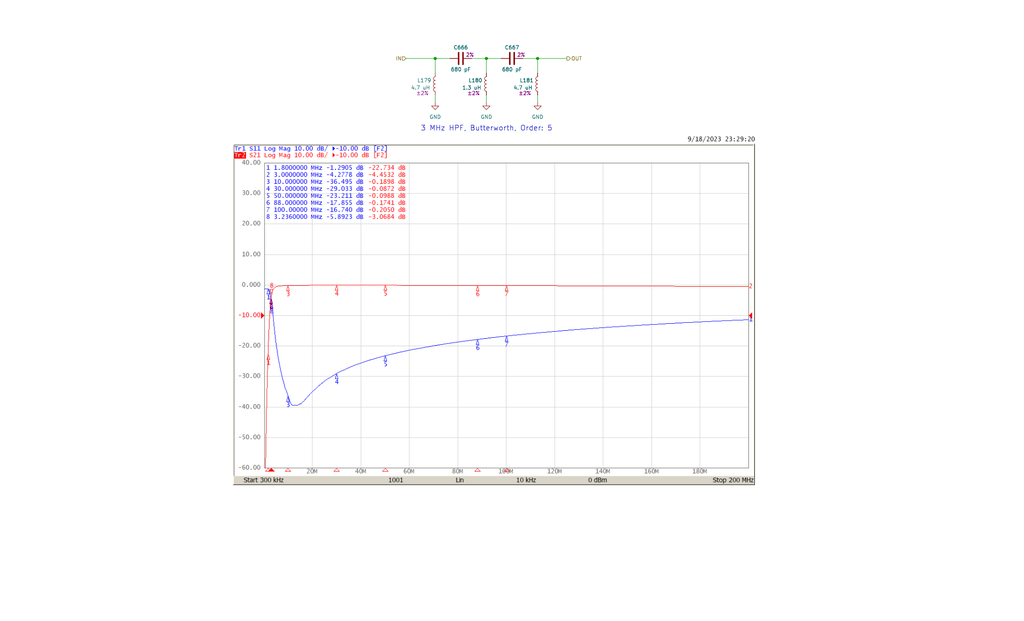
<source format=kicad_sch>
(kicad_sch (version 20231120) (generator "eeschema") (generator_version "8.0")
  (paper "USLegal")
  (title_block (title "LWA ARX  Rev I") (date "2024-11-15") (rev "2.0"))
  (lib_symbols
    (symbol "Device:C" (pin_numbers hide) (pin_names (offset 0.254))
      (property "Reference" "C" (at 0.635 2.54 0))
      (property "Value" "C" (at 0.635 -2.54 0))
      (symbol "C_0_1"
        (polyline (pts (xy -2.032 -0.762) (xy 2.032 -0.762)) (stroke (width 0.508)))
        (polyline (pts (xy -2.032 0.762) (xy 2.032 0.762)) (stroke (width 0.508)))
      )
      (symbol "C_1_1"
        (pin passive line (at 0 3.81 270) (length 2.794) (name "~") (number "1"))
        (pin passive line (at 0 -3.81 90) (length 2.794) (name "~") (number "2"))
      )
    )
    (symbol "Device:L" (pin_numbers hide) (pin_names (offset 1.016) hide)
      (property "Reference" "L" (at -1.27 0 90))
      (property "Value" "L" (at 1.905 0 90))
      (symbol "L_0_1"
        (arc (start 0 -2.54) (mid 0.6323 -1.905) (end 0 -1.27))
        (arc (start 0 -1.27) (mid 0.6323 -0.635) (end 0 0))
        (arc (start 0 0) (mid 0.6323 0.635) (end 0 1.27))
        (arc (start 0 1.27) (mid 0.6323 1.905) (end 0 2.54))
      )
      (symbol "L_1_1"
        (pin passive line (at 0 3.81 270) (length 1.27) (name "1") (number "1"))
        (pin passive line (at 0 -3.81 90) (length 1.27) (name "2") (number "2"))
      )
    )
    (symbol "power:GND" (power) (pin_names (offset 0))
      (property "Value" "GND" (at 0 -3.81 0))
      (symbol "GND_0_1"
        (polyline (pts (xy 0 0) (xy 0 -1.27) (xy 1.27 -1.27) (xy 0 -2.54) (xy -1.27 -1.27) (xy 0 -1.27)))
      )
      (symbol "GND_1_1"
        (pin power_in line (at 0 0 270) (length 0) hide (name "GND") (number "1"))
      )
    )
  )
  (junction (at 186.69 20.32))
  (junction (at 151.13 20.32))
  (junction (at 168.91 20.32))
  (wire (pts (xy 163.83 20.32) (xy 168.91 20.32)))
  (wire (pts (xy 168.91 20.32) (xy 168.91 25.4)))
  (wire (pts (xy 151.13 20.32) (xy 151.13 25.4)))
  (wire (pts (xy 186.69 20.32) (xy 196.85 20.32)))
  (wire (pts (xy 186.69 20.32) (xy 186.69 25.4)))
  (wire (pts (xy 151.13 33.02) (xy 151.13 35.56)))
  (wire (pts (xy 168.91 33.02) (xy 168.91 35.56)))
  (wire (pts (xy 181.61 20.32) (xy 186.69 20.32)))
  (wire (pts (xy 186.69 33.02) (xy 186.69 35.56)))
  (wire (pts (xy 140.97 20.32) (xy 151.13 20.32)))
  (wire (pts (xy 151.13 20.32) (xy 156.21 20.32)))
  (wire (pts (xy 168.91 20.32) (xy 173.99 20.32)))
  (image (at 171.45 107.95) (scale 1.92025))
  (text "3 MHz HPF, Butterworth, Order: 5" (at 146.05 45.72 0) (effects (font (size 1.778 1.778)) (justify left bottom)))
  (hierarchical_label "OUT" (shape output) (at 196.85 20.32 0))
  (hierarchical_label "IN" (shape input) (at 140.97 20.32 180))
  (symbol (lib_id "Device:C") (at 177.8 20.32 90) (unit 1)
    (property "Reference" "C667" (at 177.8 16.51 90))
    (property "Value" "680 pF" (at 177.8 24.13 90))
    (property "Footprint" "LWA RF:C_0805_2012Metric_Pad1.27x1.45mm_HandSolder" (effects (hide yes)))
    (property "Datasheet" "https://www.yageo.com/upload/media/product/productsearch/datasheet/mlcc/UPY-GP_NP0_16V-to-50V_18.pdf" (effects (hide yes)))
    (property "MFGR" "YAGEO" (effects (hide yes)))
    (property "MPN" "CC0805GRNPO9BN681" (effects (hide yes)))
    (property "Unit Cost" "0.13" (effects (hide yes)))
    (property "Stock" "4395" (effects (hide yes)))
    (property "Stock Date" "09/18/2023" (effects (hide yes)))
    (property "Desc" "CAP CER 680PF 50V C0G/NPO 0805" (effects (hide yes)))
    (property "Temp Coeff" "COG/NPO" (effects (hide yes)))
    (property "Voltage Rating" "50V" (effects (hide yes)))
    (property "Tolerance" "2%" (at 180.975 19.05 90))
    (instances (project "ARX" (path "" (reference "C667") (unit 1)) (path "" (reference "C705") (unit 1)) (path "" (reference "C498") (unit 1)) (path "" (reference "C536") (unit 1)) (path "" (reference "C836") (unit 1)) (path "" (reference "C874") (unit 1)) (path "" (reference "C1005") (unit 1)) (path "" (reference "C1043") (unit 1)) (path "" (reference "C1174") (unit 1)) (path "" (reference "C1212") (unit 1)) (path "" (reference "C329") (unit 1)) (path "" (reference "C367") (unit 1)) (path "" (reference "C171") (unit 1)) (path "" (reference "C182") (unit 1)) (path "" (reference "C1343") (unit 1)) (path "" (reference "C1381") (unit 1))))
  )
  (symbol (lib_id "Device:L") (at 151.13 29.21 180) (unit 1)
    (property "Reference" "L179" (at 147.32 27.94 0))
    (property "Value" "4.7 uH" (at 146.05 30.48 0))
    (property "Footprint" "LWA RF:1008CS_Handsolder" (effects (hide yes)))
    (property "Datasheet" "https://www.coilcraft.com/getmedia/dd5f20e4-1ff7-43df-8317-b693eb2dce3e/0805cs.pdf" (effects (hide yes)))
    (property "MFGR" "Coilcraft" (effects (hide yes)))
    (property "MPN" "1008CS-472XGRC" (effects (hide yes)))
    (property "Unit Cost" "0.73" (effects (hide yes)))
    (property "Stock" "53608" (effects (hide yes)))
    (property "Stock Date" "8/3/2023" (effects (hide yes)))
    (property "Desc" "4.7 uH Ceramic Chip Inductor" (effects (hide yes)))
    (property "Tolerance" "±2%" (at 146.685 32.385 0))
    (property "Q typ" "20 @ 25 MHz" (effects (hide yes)))
    (property "SRF typ" "90 MHz" (effects (hide yes)))
    (instances (project "ARX" (path "" (reference "L179") (unit 1)) (path "" (reference "L201") (unit 1)) (path "" (reference "L125") (unit 1)) (path "" (reference "L147") (unit 1)) (path "" (reference "L233") (unit 1)) (path "" (reference "L255") (unit 1)) (path "" (reference "L287") (unit 1)) (path "" (reference "L309") (unit 1)) (path "" (reference "L341") (unit 1)) (path "" (reference "L363") (unit 1)) (path "" (reference "L71") (unit 1)) (path "" (reference "L93") (unit 1)) (path "" (reference "L46") (unit 1)) (path "" (reference "L52") (unit 1)) (path "" (reference "L395") (unit 1)) (path "" (reference "L417") (unit 1))))
  )
  (symbol (lib_id "Device:L") (at 186.69 29.21 180) (unit 1)
    (property "Reference" "L181" (at 182.88 27.94 0))
    (property "Value" "4.7 uH" (at 181.61 30.48 0))
    (property "Footprint" "LWA RF:1008CS_Handsolder" (effects (hide yes)))
    (property "Datasheet" "https://www.coilcraft.com/getmedia/dd5f20e4-1ff7-43df-8317-b693eb2dce3e/0805cs.pdf" (effects (hide yes)))
    (property "MFGR" "Coilcraft" (effects (hide yes)))
    (property "MPN" "1008CS-472XGRC" (effects (hide yes)))
    (property "Unit Cost" "0.73" (effects (hide yes)))
    (property "Stock" "53608" (effects (hide yes)))
    (property "Stock Date" "8/3/2023" (effects (hide yes)))
    (property "Desc" "4.7 uH Ceramic Chip Inductor" (effects (hide yes)))
    (property "Tolerance" "±2%" (at 182.245 32.385 0))
    (property "Q typ" "20 @ 25 MHz" (effects (hide yes)))
    (property "SRF typ" "90 MHz" (effects (hide yes)))
    (instances (project "ARX" (path "" (reference "L181") (unit 1)) (path "" (reference "L203") (unit 1)) (path "" (reference "L127") (unit 1)) (path "" (reference "L149") (unit 1)) (path "" (reference "L235") (unit 1)) (path "" (reference "L257") (unit 1)) (path "" (reference "L289") (unit 1)) (path "" (reference "L311") (unit 1)) (path "" (reference "L343") (unit 1)) (path "" (reference "L365") (unit 1)) (path "" (reference "L73") (unit 1)) (path "" (reference "L95") (unit 1)) (path "" (reference "L48") (unit 1)) (path "" (reference "L54") (unit 1)) (path "" (reference "L397") (unit 1)) (path "" (reference "L419") (unit 1))))
  )
  (symbol (lib_id "power:GND") (at 168.91 35.56 0) (unit 1)
    (property "Reference" "#PWR0649" (effects (hide yes)))
    (property "Value" "GND" (at 168.91 40.64 0))
    (instances (project "ARX" (path "" (reference "#PWR0649") (unit 1)) (path "" (reference "#PWR0684") (unit 1)) (path "" (reference "#PWR0488") (unit 1)) (path "" (reference "#PWR0523") (unit 1)) (path "" (reference "#PWR0810") (unit 1)) (path "" (reference "#PWR0845") (unit 1)) (path "" (reference "#PWR0971") (unit 1)) (path "" (reference "#PWR01006") (unit 1)) (path "" (reference "#PWR01132") (unit 1)) (path "" (reference "#PWR01167") (unit 1)) (path "" (reference "#PWR0327") (unit 1)) (path "" (reference "#PWR0362") (unit 1)) (path "" (reference "#PWR0207") (unit 1)) (path "" (reference "#PWR0226") (unit 1)) (path "" (reference "#PWR01293") (unit 1)) (path "" (reference "#PWR01328") (unit 1))))
  )
  (symbol (lib_id "power:GND") (at 151.13 35.56 0) (unit 1)
    (property "Reference" "#PWR0648" (effects (hide yes)))
    (property "Value" "GND" (at 151.13 40.64 0))
    (instances (project "ARX" (path "" (reference "#PWR0648") (unit 1)) (path "" (reference "#PWR0683") (unit 1)) (path "" (reference "#PWR0487") (unit 1)) (path "" (reference "#PWR0522") (unit 1)) (path "" (reference "#PWR0809") (unit 1)) (path "" (reference "#PWR0844") (unit 1)) (path "" (reference "#PWR0970") (unit 1)) (path "" (reference "#PWR01005") (unit 1)) (path "" (reference "#PWR01131") (unit 1)) (path "" (reference "#PWR01166") (unit 1)) (path "" (reference "#PWR0326") (unit 1)) (path "" (reference "#PWR0361") (unit 1)) (path "" (reference "#PWR0206") (unit 1)) (path "" (reference "#PWR0225") (unit 1)) (path "" (reference "#PWR01292") (unit 1)) (path "" (reference "#PWR01327") (unit 1))))
  )
  (symbol (lib_id "power:GND") (at 186.69 35.56 0) (unit 1)
    (property "Reference" "#PWR0650" (effects (hide yes)))
    (property "Value" "GND" (at 186.69 40.64 0))
    (instances (project "ARX" (path "" (reference "#PWR0650") (unit 1)) (path "" (reference "#PWR0685") (unit 1)) (path "" (reference "#PWR0489") (unit 1)) (path "" (reference "#PWR0524") (unit 1)) (path "" (reference "#PWR0811") (unit 1)) (path "" (reference "#PWR0846") (unit 1)) (path "" (reference "#PWR0972") (unit 1)) (path "" (reference "#PWR01007") (unit 1)) (path "" (reference "#PWR01133") (unit 1)) (path "" (reference "#PWR01168") (unit 1)) (path "" (reference "#PWR0328") (unit 1)) (path "" (reference "#PWR0363") (unit 1)) (path "" (reference "#PWR0208") (unit 1)) (path "" (reference "#PWR0227") (unit 1)) (path "" (reference "#PWR01294") (unit 1)) (path "" (reference "#PWR01329") (unit 1))))
  )
  (symbol (lib_id "Device:C") (at 160.02 20.32 90) (unit 1)
    (property "Reference" "C666" (at 160.02 16.51 90))
    (property "Value" "680 pF" (at 160.02 24.13 90))
    (property "Footprint" "LWA RF:C_0805_2012Metric_Pad1.27x1.45mm_HandSolder" (effects (hide yes)))
    (property "Datasheet" "https://www.yageo.com/upload/media/product/productsearch/datasheet/mlcc/UPY-GP_NP0_16V-to-50V_18.pdf" (effects (hide yes)))
    (property "MFGR" "YAGEO" (effects (hide yes)))
    (property "MPN" "CC0805GRNPO9BN681" (effects (hide yes)))
    (property "Unit Cost" "0.13" (effects (hide yes)))
    (property "Stock" "4395" (effects (hide yes)))
    (property "Stock Date" "09/18/2023" (effects (hide yes)))
    (property "Desc" "CAP CER 680PF 50V C0G/NPO 0805" (effects (hide yes)))
    (property "Temp Coeff" "COG/NPO" (effects (hide yes)))
    (property "Voltage Rating" "50V" (effects (hide yes)))
    (property "Tolerance" "2%" (at 163.195 19.05 90))
    (instances (project "ARX" (path "" (reference "C666") (unit 1)) (path "" (reference "C704") (unit 1)) (path "" (reference "C497") (unit 1)) (path "" (reference "C535") (unit 1)) (path "" (reference "C835") (unit 1)) (path "" (reference "C873") (unit 1)) (path "" (reference "C1004") (unit 1)) (path "" (reference "C1042") (unit 1)) (path "" (reference "C1173") (unit 1)) (path "" (reference "C1211") (unit 1)) (path "" (reference "C328") (unit 1)) (path "" (reference "C366") (unit 1)) (path "" (reference "C170") (unit 1)) (path "" (reference "C181") (unit 1)) (path "" (reference "C1342") (unit 1)) (path "" (reference "C1380") (unit 1))))
  )
  (symbol (lib_id "Device:L") (at 168.91 29.21 180) (unit 1)
    (property "Reference" "L180" (at 165.1 27.94 0))
    (property "Value" "1.3 uH" (at 163.83 30.48 0))
    (property "Footprint" "LWA RF:1008CS_Handsolder" (effects (hide yes)))
    (property "Datasheet" "https://www.coilcraft.com/getmedia/9b59774c-05d4-40c5-99c9-417bb8e881ea/1008cs.pdf" (effects (hide yes)))
    (property "MFGR" "Coilcraft" (effects (hide yes)))
    (property "MPN" "1008CS-132XGRC" (effects (hide yes)))
    (property "Unit Cost" "0.73" (effects (hide yes)))
    (property "Stock" "5256" (effects (hide yes)))
    (property "Stock Date" "8/3/2023" (effects (hide yes)))
    (property "Desc" "1.3 uH Ceramic Chip Inductor" (effects (hide yes)))
    (property "Tolerance" "±2%" (at 164.465 32.385 0))
    (property "Q typ" "25 @ 50 MHz" (effects (hide yes)))
    (property "SRF typ" "200 MHz" (effects (hide yes)))
    (instances (project "ARX" (path "" (reference "L180") (unit 1)) (path "" (reference "L202") (unit 1)) (path "" (reference "L126") (unit 1)) (path "" (reference "L148") (unit 1)) (path "" (reference "L234") (unit 1)) (path "" (reference "L256") (unit 1)) (path "" (reference "L288") (unit 1)) (path "" (reference "L310") (unit 1)) (path "" (reference "L342") (unit 1)) (path "" (reference "L364") (unit 1)) (path "" (reference "L72") (unit 1)) (path "" (reference "L94") (unit 1)) (path "" (reference "L47") (unit 1)) (path "" (reference "L53") (unit 1)) (path "" (reference "L396") (unit 1)) (path "" (reference "L418") (unit 1))))
  )
)
</source>
